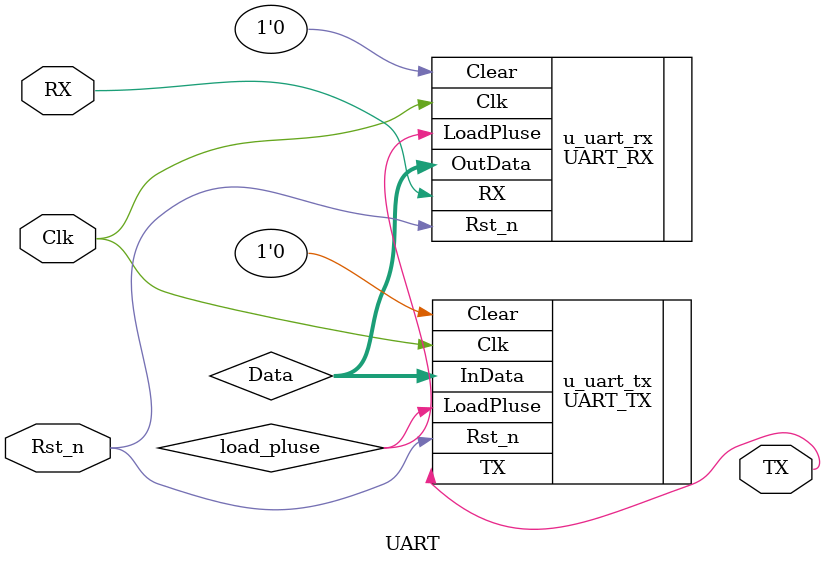
<source format=v>
module UART (
    input  wire         Clk  ,
    input  wire         Rst_n,

    output wire         TX   ,
    input  wire         RX   ); 

    wire [7:0] Data;
    wire load_pluse;

    UART_RX u_uart_rx   (
        .Clk            (Clk        ),
        .Rst_n          (Rst_n      ),
        .Clear          (1'b0       ),

        .RX             (RX         ),
        .OutData        (Data       ),
        .LoadPluse      (load_pluse ));

    UART_TX u_uart_tx   (
        .Clk            (Clk        ),
        .Rst_n          (Rst_n      ),
        .Clear          (1'b0       ),
        
        .TX             (TX         ),
        .InData         (Data       ),
        .LoadPluse      (load_pluse ));

endmodule   
</source>
